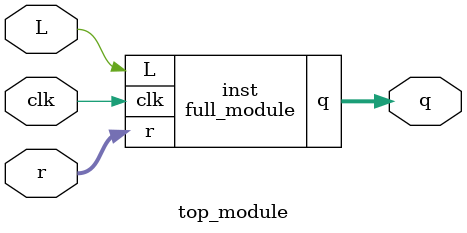
<source format=sv>
module mux_ff(
    input clk,
    input L,
    input q_in,
    input r_in,
    output reg Q
);
    always @(posedge clk) begin
        if (L) begin
            Q <= r_in;
        end else begin
            Q <= q_in;
        end
    end
endmodule
module full_module (
    input [2:0] r,
    input L,
    input clk,
    output [2:0] q
);
    wire [2:0] q_mux;
    
    // Cascade the mux_ff submodules
    mux_ff ff0 (
        .clk(clk),
        .L(L),
        .q_in(q_mux[0]),
        .r_in(r[0]),
        .Q(q[0])
    );
    
    mux_ff ff1 (
        .clk(clk),
        .L(L),
        .q_in(q[2]),
        .r_in(r[1]),
        .Q(q[1])
    );
    
    mux_ff ff2 (
        .clk(clk),
        .L(L),
        .q_in(q[1] ^ q[2]),
        .r_in(r[2]),
        .Q(q[2])
    );
    
    assign q_mux = {q[2], q[1], q[0]};
endmodule
module top_module(
    input clk,
    input L,
    input [2:0] r,
    output [2:0] q
);
    full_module inst (
        .clk(clk),
        .L(L),
        .r(r),
        .q(q)
    );
endmodule

</source>
